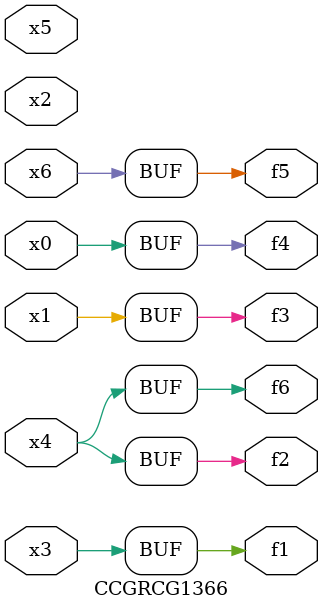
<source format=v>
module CCGRCG1366(
	input x0, x1, x2, x3, x4, x5, x6,
	output f1, f2, f3, f4, f5, f6
);
	assign f1 = x3;
	assign f2 = x4;
	assign f3 = x1;
	assign f4 = x0;
	assign f5 = x6;
	assign f6 = x4;
endmodule

</source>
